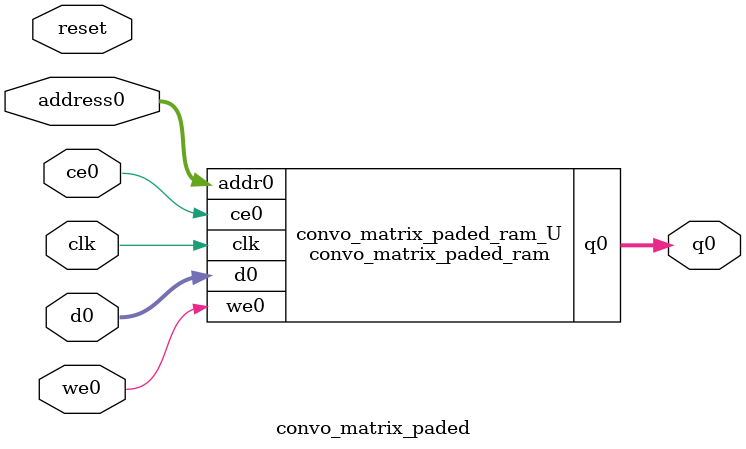
<source format=v>
`timescale 1 ns / 1 ps
module convo_matrix_paded_ram (addr0, ce0, d0, we0, q0,  clk);

parameter DWIDTH = 32;
parameter AWIDTH = 7;
parameter MEM_SIZE = 108;

input[AWIDTH-1:0] addr0;
input ce0;
input[DWIDTH-1:0] d0;
input we0;
output reg[DWIDTH-1:0] q0;
input clk;

(* ram_style = "block" *)reg [DWIDTH-1:0] ram[0:MEM_SIZE-1];




always @(posedge clk)  
begin 
    if (ce0) begin
        if (we0) 
            ram[addr0] <= d0; 
        q0 <= ram[addr0];
    end
end


endmodule

`timescale 1 ns / 1 ps
module convo_matrix_paded(
    reset,
    clk,
    address0,
    ce0,
    we0,
    d0,
    q0);

parameter DataWidth = 32'd32;
parameter AddressRange = 32'd108;
parameter AddressWidth = 32'd7;
input reset;
input clk;
input[AddressWidth - 1:0] address0;
input ce0;
input we0;
input[DataWidth - 1:0] d0;
output[DataWidth - 1:0] q0;



convo_matrix_paded_ram convo_matrix_paded_ram_U(
    .clk( clk ),
    .addr0( address0 ),
    .ce0( ce0 ),
    .we0( we0 ),
    .d0( d0 ),
    .q0( q0 ));

endmodule


</source>
